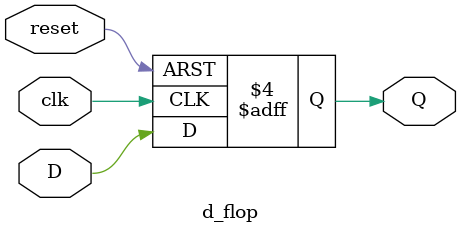
<source format=v>

module d_flop(
	input D,
	input clk,
	input reset,
	output reg Q
);

	initial Q = 0;

	always @(posedge clk or posedge reset) begin
		if(reset==1'b1)
			Q <= 1'b0;
		else
			Q <= D;
	end
endmodule 

</source>
